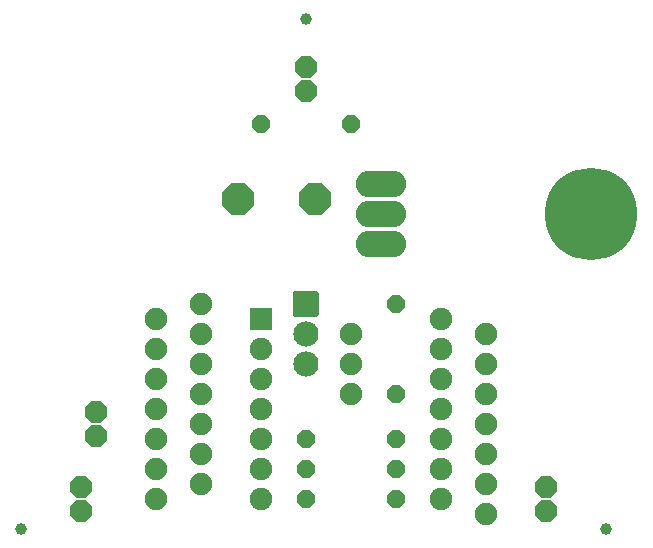
<source format=gbr>
%TF.GenerationSoftware,KiCad,Pcbnew,7.0.9*%
%TF.CreationDate,2023-11-20T12:38:18-05:00*%
%TF.ProjectId,brobot_v1,62726f62-6f74-45f7-9631-2e6b69636164,rev?*%
%TF.SameCoordinates,Original*%
%TF.FileFunction,Soldermask,Bot*%
%TF.FilePolarity,Negative*%
%FSLAX46Y46*%
G04 Gerber Fmt 4.6, Leading zero omitted, Abs format (unit mm)*
G04 Created by KiCad (PCBNEW 7.0.9) date 2023-11-20 12:38:18*
%MOMM*%
%LPD*%
G01*
G04 APERTURE LIST*
G04 Aperture macros list*
%AMRoundRect*
0 Rectangle with rounded corners*
0 $1 Rounding radius*
0 $2 $3 $4 $5 $6 $7 $8 $9 X,Y pos of 4 corners*
0 Add a 4 corners polygon primitive as box body*
4,1,4,$2,$3,$4,$5,$6,$7,$8,$9,$2,$3,0*
0 Add four circle primitives for the rounded corners*
1,1,$1+$1,$2,$3*
1,1,$1+$1,$4,$5*
1,1,$1+$1,$6,$7*
1,1,$1+$1,$8,$9*
0 Add four rect primitives between the rounded corners*
20,1,$1+$1,$2,$3,$4,$5,0*
20,1,$1+$1,$4,$5,$6,$7,0*
20,1,$1+$1,$6,$7,$8,$9,0*
20,1,$1+$1,$8,$9,$2,$3,0*%
%AMFreePoly0*
4,1,25,0.391131,0.882296,0.403254,0.871942,0.871942,0.403254,0.900449,0.347306,0.901700,0.331412,0.901700,-0.331412,0.882296,-0.391131,0.871942,-0.403254,0.403254,-0.871942,0.347306,-0.900449,0.331412,-0.901700,-0.331412,-0.901700,-0.391131,-0.882296,-0.403254,-0.871942,-0.871942,-0.403254,-0.900449,-0.347306,-0.901700,-0.331412,-0.901700,0.331412,-0.882296,0.391131,-0.871942,0.403254,
-0.403254,0.871942,-0.347306,0.900449,-0.331412,0.901700,0.331412,0.901700,0.391131,0.882296,0.391131,0.882296,$1*%
%AMFreePoly1*
4,1,25,0.333266,0.742596,0.345389,0.732242,0.732242,0.345389,0.760749,0.289441,0.762000,0.273547,0.762000,-0.273547,0.742596,-0.333266,0.732242,-0.345389,0.345389,-0.732242,0.289441,-0.760749,0.273547,-0.762000,-0.273547,-0.762000,-0.333266,-0.742596,-0.345389,-0.732242,-0.732242,-0.345389,-0.760749,-0.289441,-0.762000,-0.273547,-0.762000,0.273547,-0.742596,0.333266,-0.732242,0.345389,
-0.345389,0.732242,-0.289441,0.760749,-0.273547,0.762000,0.273547,0.762000,0.333266,0.742596,0.333266,0.742596,$1*%
%AMFreePoly2*
4,1,25,0.406913,0.920396,0.419036,0.910042,0.910042,0.419036,0.938549,0.363088,0.939800,0.347194,0.939800,-0.347194,0.920396,-0.406913,0.910042,-0.419036,0.419036,-0.910042,0.363088,-0.938549,0.347194,-0.939800,-0.347194,-0.939800,-0.406913,-0.920396,-0.419036,-0.910042,-0.910042,-0.419036,-0.938549,-0.363088,-0.939800,-0.347194,-0.939800,0.347194,-0.920396,0.406913,-0.910042,0.419036,
-0.419036,0.910042,-0.363088,0.938549,-0.347194,0.939800,0.347194,0.939800,0.406913,0.920396,0.406913,0.920396,$1*%
%AMFreePoly3*
4,1,25,0.585770,1.352196,0.597893,1.341842,1.341842,0.597893,1.370349,0.541945,1.371600,0.526051,1.371600,-0.526051,1.352196,-0.585770,1.341842,-0.597893,0.597893,-1.341842,0.541945,-1.370349,0.526051,-1.371600,-0.526051,-1.371600,-0.585770,-1.352196,-0.597893,-1.341842,-1.341842,-0.597893,-1.370349,-0.541945,-1.371600,-0.526051,-1.371600,0.526051,-1.352196,0.585770,-1.341842,0.597893,
-0.597893,1.341842,-0.541945,1.370349,-0.526051,1.371600,0.526051,1.371600,0.585770,1.352196,0.585770,1.352196,$1*%
G04 Aperture macros list end*
%ADD10C,1.000000*%
%ADD11C,1.903200*%
%ADD12RoundRect,0.101600X-0.850000X-0.850000X0.850000X-0.850000X0.850000X0.850000X-0.850000X0.850000X0*%
%ADD13C,7.823200*%
%ADD14O,4.267200X2.235200*%
%ADD15FreePoly0,0.000000*%
%ADD16FreePoly1,180.000000*%
%ADD17FreePoly1,0.000000*%
%ADD18FreePoly1,270.000000*%
%ADD19FreePoly2,90.000000*%
%ADD20FreePoly2,270.000000*%
%ADD21FreePoly3,0.000000*%
%ADD22C,2.133600*%
%ADD23RoundRect,0.101600X-0.965200X-0.965200X0.965200X-0.965200X0.965200X0.965200X-0.965200X0.965200X0*%
G04 APERTURE END LIST*
D10*
%TO.C,@HOLE0*%
X147866100Y-84048600D03*
%TD*%
%TO.C,@HOLE1*%
X173266100Y-127228600D03*
%TD*%
%TO.C,@HOLE2*%
X123736100Y-127228600D03*
%TD*%
D11*
%TO.C,U1*%
X159296100Y-109448600D03*
X159296100Y-111988600D03*
X159296100Y-114528600D03*
X159296100Y-117068600D03*
X159296100Y-119608600D03*
X159296100Y-122148600D03*
X159296100Y-124688600D03*
X144056100Y-124688600D03*
X144056100Y-122148600D03*
X144056100Y-119608600D03*
X144056100Y-117068600D03*
X144056100Y-114528600D03*
X144056100Y-111988600D03*
D12*
X144056100Y-109448600D03*
%TD*%
D13*
%TO.C,U2*%
X171996100Y-100558600D03*
D14*
X154216100Y-103098600D03*
X154216100Y-100558600D03*
X154216100Y-98018600D03*
%TD*%
D15*
%TO.C,PAD39*%
X151676100Y-110718600D03*
%TD*%
%TO.C,PAD40*%
X151676100Y-113258600D03*
%TD*%
%TO.C,PAD41*%
X151676100Y-115798600D03*
%TD*%
D16*
%TO.C,R1*%
X147866100Y-119608600D03*
X155486100Y-119608600D03*
%TD*%
D17*
%TO.C,R2*%
X155486100Y-124688600D03*
X147866100Y-124688600D03*
%TD*%
%TO.C,R3*%
X155486100Y-122148600D03*
X147866100Y-122148600D03*
%TD*%
D18*
%TO.C,R4*%
X155486100Y-115798600D03*
X155486100Y-108178600D03*
%TD*%
D19*
%TO.C,P1*%
X128816100Y-123688600D03*
X128816100Y-125688600D03*
%TD*%
D20*
%TO.C,P2*%
X130086100Y-119338600D03*
X130086100Y-117338600D03*
%TD*%
%TO.C,P3*%
X168186100Y-125688600D03*
X168186100Y-123688600D03*
%TD*%
D17*
%TO.C,R5*%
X151676100Y-92938600D03*
X144056100Y-92938600D03*
%TD*%
D21*
%TO.C,SP1*%
X148577300Y-99288600D03*
X142074900Y-99288600D03*
%TD*%
D22*
%TO.C,Q1*%
X147866100Y-113258600D03*
X147866100Y-110718600D03*
D23*
X147866100Y-108178600D03*
%TD*%
D15*
%TO.C,PAD29*%
X135166100Y-124688600D03*
%TD*%
%TO.C,PAD30*%
X135166100Y-122148600D03*
%TD*%
%TO.C,PAD31*%
X135166100Y-119608600D03*
%TD*%
%TO.C,PAD32*%
X135166100Y-117068600D03*
%TD*%
%TO.C,PAD33*%
X135166100Y-114528600D03*
%TD*%
%TO.C,PAD34*%
X135166100Y-111988600D03*
%TD*%
%TO.C,PAD35*%
X135166100Y-109448600D03*
%TD*%
%TO.C,PAD36*%
X138976100Y-108178600D03*
%TD*%
%TO.C,PAD42*%
X138976100Y-110718600D03*
%TD*%
%TO.C,PAD43*%
X138976100Y-113258600D03*
%TD*%
%TO.C,PAD44*%
X138976100Y-115798600D03*
%TD*%
%TO.C,PAD45*%
X138976100Y-118338600D03*
%TD*%
%TO.C,PAD46*%
X138976100Y-120878600D03*
%TD*%
%TO.C,PAD47*%
X138976100Y-123418600D03*
%TD*%
%TO.C,PAD48*%
X163106100Y-110718600D03*
%TD*%
%TO.C,PAD49*%
X163106100Y-113258600D03*
%TD*%
%TO.C,PAD50*%
X163106100Y-115798600D03*
%TD*%
%TO.C,PAD51*%
X163106100Y-118338600D03*
%TD*%
%TO.C,PAD52*%
X163106100Y-120878600D03*
%TD*%
%TO.C,PAD53*%
X163106100Y-123418600D03*
%TD*%
%TO.C,PAD54*%
X163106100Y-125958600D03*
%TD*%
D20*
%TO.C,P4*%
X147866100Y-90128600D03*
X147866100Y-88128600D03*
%TD*%
M02*

</source>
